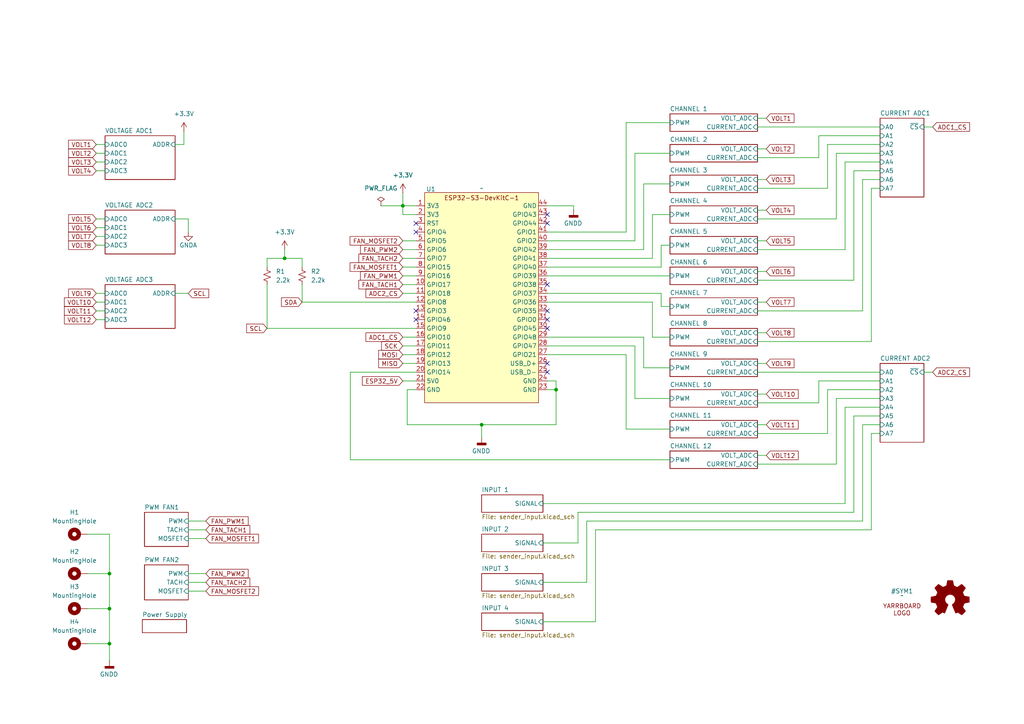
<source format=kicad_sch>
(kicad_sch (version 20231120) (generator "eeschema") (generator_version "8.0")
  (paper "A4")
  (title_block (title "FrothFET 12CH") (date "2024-08-17") (rev "D") (company "https://github.com/hoeken/frothfet"))
  (lib_symbols
    (symbol "Device:R_Small_US" (pin_numbers hide) (pin_names (offset 0.254) hide)
      (property "Reference" "R" (at 0.762 0.508 0))
      (property "Value" "R_Small_US" (at 0.762 -1.016 0))
      (symbol "R_Small_US_1_1"
        (polyline (pts (xy 0 0) (xy 1.016 -0.381) (xy 0 -0.762) (xy -1.016 -1.143) (xy 0 -1.524)))
        (polyline (pts (xy 0 1.524) (xy 1.016 1.143) (xy 0 0.762) (xy -1.016 0.381) (xy 0 0)))
        (pin passive line (at 0 2.54 270) (length 1.016) (name "~") (number "1"))
        (pin passive line (at 0 -2.54 90) (length 1.016) (name "~") (number "2"))
      )
    )
    (symbol "Graphic:Logo_Open_Hardware_Small" (in_bom no) (on_board no)
      (symbol "Logo_Open_Hardware_Small_0_1"
        (polyline (pts (xy 3.3528 -4.3434) (xy 3.302 -4.318) (xy 3.175 -4.2418) (xy 2.9972 -4.1148) (xy 2.7686 -3.9624) (xy 2.54 -3.81) (xy 2.3622 -3.7084) (xy 2.2352 -3.6068) (xy 2.1844 -3.5814) (xy 2.159 -3.6068) (xy 2.0574 -3.6576) (xy 1.905 -3.7338) (xy 1.8034 -3.7846) (xy 1.6764 -3.8354) (xy 1.6002 -3.8354) (xy 1.6002 -3.8354) (xy 1.5494 -3.7338) (xy 1.4732 -3.5306) (xy 1.3462 -3.302) (xy 1.2446 -3.0226) (xy 1.1176 -2.7178) (xy 0.9652 -2.413) (xy 0.8636 -2.1082) (xy 0.7366 -1.8288) (xy 0.6604 -1.6256) (xy 0.6096 -1.4732) (xy 0.5842 -1.397) (xy 0.5842 -1.397) (xy 0.6604 -1.3208) (xy 0.7874 -1.2446) (xy 1.0414 -1.016) (xy 1.2954 -0.6858) (xy 1.4478 -0.3302) (xy 1.524 0.0762) (xy 1.4732 0.4572) (xy 1.3208 0.8128) (xy 1.0668 1.143) (xy 0.762 1.3716) (xy 0.4064 1.524) (xy 0 1.5748) (xy -0.381 1.5494) (xy -0.7366 1.397) (xy -1.0668 1.143) (xy -1.2192 0.9906) (xy -1.397 0.6604) (xy -1.524 0.3048) (xy -1.524 0.2286) (xy -1.4986 -0.1778) (xy -1.397 -0.5334) (xy -1.1938 -0.8636) (xy -0.9144 -1.143) (xy -0.8636 -1.1684) (xy -0.7366 -1.27) (xy -0.635 -1.3462) (xy -0.5842 -1.397) (xy -1.0668 -2.5908) (xy -1.143 -2.794) (xy -1.2954 -3.1242) (xy -1.397 -3.4036) (xy -1.4986 -3.6322) (xy -1.5748 -3.7846) (xy -1.6002 -3.8354) (xy -1.6002 -3.8354) (xy -1.651 -3.8354) (xy -1.7272 -3.81) (xy -1.905 -3.7338) (xy -2.0066 -3.683) (xy -2.1336 -3.6068) (xy -2.2098 -3.5814) (xy -2.2606 -3.6068) (xy -2.3622 -3.683) (xy -2.54 -3.81) (xy -2.7686 -3.9624) (xy -2.9718 -4.0894) (xy -3.1496 -4.2164) (xy -3.302 -4.318) (xy -3.3528 -4.3434) (xy -3.3782 -4.3434) (xy -3.429 -4.318) (xy -3.5306 -4.2164) (xy -3.7084 -4.064) (xy -3.937 -3.8354) (xy -3.9624 -3.81) (xy -4.1656 -3.6068) (xy -4.318 -3.4544) (xy -4.4196 -3.3274) (xy -4.445 -3.2766) (xy -4.445 -3.2766) (xy -4.4196 -3.2258) (xy -4.318 -3.0734) (xy -4.2164 -2.8956) (xy -4.064 -2.667) (xy -3.6576 -2.0828) (xy -3.8862 -1.5494) (xy -3.937 -1.3716) (xy -4.0386 -1.1684) (xy -4.0894 -1.0414) (xy -4.1148 -0.9652) (xy -4.191 -0.9398) (xy -4.318 -0.9144) (xy -4.5466 -0.8636) (xy -4.8006 -0.8128) (xy -5.0546 -0.7874) (xy -5.2578 -0.7366) (xy -5.4356 -0.7112) (xy -5.5118 -0.6858) (xy -5.5118 -0.6858) (xy -5.5372 -0.635) (xy -5.5372 -0.5588) (xy -5.5372 -0.4318) (xy -5.5626 -0.2286) (xy -5.5626 0.0762) (xy -5.5626 0.127) (xy -5.5372 0.4064) (xy -5.5372 0.635) (xy -5.5372 0.762) (xy -5.5372 0.8382) (xy -5.5372 0.8382) (xy -5.461 0.8382) (xy -5.3086 0.889) (xy -5.08 0.9144) (xy -4.826 0.9652) (xy -4.8006 0.9906) (xy -4.5466 1.0414) (xy -4.318 1.0668) (xy -4.1656 1.1176) (xy -4.0894 1.143) (xy -4.0894 1.143) (xy -4.0386 1.2446) (xy -3.9624 1.4224) (xy -3.8608 1.6256) (xy -3.7846 1.8288) (xy -3.7084 2.0066) (xy -3.6576 2.159) (xy -3.6322 2.2098) (xy -3.6322 2.2098) (xy -3.683 2.286) (xy -3.7592 2.413) (xy -3.8862 2.5908) (xy -4.064 2.8194) (xy -4.064 2.8448) (xy -4.2164 3.0734) (xy -4.3434 3.2512) (xy -4.4196 3.3782) (xy -4.445 3.4544) (xy -4.445 3.4544) (xy -4.3942 3.5052) (xy -4.2926 3.6322) (xy -4.1148 3.81) (xy -3.937 4.0132) (xy -3.8608 4.064) (xy -3.6576 4.2926) (xy -3.5052 4.4196) (xy -3.4036 4.4958) (xy -3.3528 4.5212) (xy -3.3528 4.5212) (xy -3.302 4.4704) (xy -3.1496 4.3688) (xy -2.9718 4.2418) (xy -2.7432 4.0894) (xy -2.7178 4.0894) (xy -2.4892 3.937) (xy -2.3114 3.81) (xy -2.1844 3.7084) (xy -2.1336 3.683) (xy -2.1082 3.683) (xy -2.032 3.7084) (xy -1.8542 3.7592) (xy -1.6764 3.8354) (xy -1.4732 3.937) (xy -1.27 4.0132) (xy -1.143 4.064) (xy -1.0668 4.1148) (xy -1.0668 4.1148) (xy -1.0414 4.191) (xy -1.016 4.3434) (xy -0.9652 4.572) (xy -0.9144 4.8514) (xy -0.889 4.9022) (xy -0.8382 5.1562) (xy -0.8128 5.3848) (xy -0.7874 5.5372) (xy -0.762 5.588) (xy -0.7112 5.6134) (xy -0.5842 5.6134) (xy -0.4064 5.6134) (xy -0.1524 5.6134) (xy 0.0762 5.6134) (xy 0.3302 5.6134) (xy 0.5334 5.6134) (xy 0.6858 5.588) (xy 0.7366 5.588) (xy 0.7366 5.588) (xy 0.762 5.5118) (xy 0.8128 5.334) (xy 0.8382 5.1054) (xy 0.9144 4.826) (xy 0.9144 4.7752) (xy 0.9652 4.5212) (xy 1.016 4.2926) (xy 1.0414 4.1402) (xy 1.0668 4.0894) (xy 1.0668 4.0894) (xy 1.1938 4.0386) (xy 1.3716 3.9624) (xy 1.5748 3.8608) (xy 2.0828 3.6576) (xy 2.7178 4.0894) (xy 2.7686 4.1402) (xy 2.9972 4.2926) (xy 3.175 4.4196) (xy 3.302 4.4958) (xy 3.3782 4.5212) (xy 3.3782 4.5212) (xy 3.429 4.4704) (xy 3.556 4.3434) (xy 3.7338 4.191) (xy 3.9116 3.9878) (xy 4.064 3.8354) (xy 4.2418 3.6576) (xy 4.3434 3.556) (xy 4.4196 3.4798) (xy 4.4196 3.429) (xy 4.4196 3.4036) (xy 4.3942 3.3274) (xy 4.2926 3.2004) (xy 4.1656 2.9972) (xy 4.0132 2.794) (xy 3.8862 2.5908) (xy 3.7592 2.3876) (xy 3.6576 2.2352) (xy 3.6322 2.159) (xy 3.6322 2.1336) (xy 3.683 2.0066) (xy 3.7592 1.8288) (xy 3.8608 1.6002) (xy 4.064 1.1176) (xy 4.3942 1.0414) (xy 4.5974 1.016) (xy 4.8768 0.9652) (xy 5.1308 0.9144) (xy 5.5372 0.8382) (xy 5.5626 -0.6604) (xy 5.4864 -0.6858) (xy 5.4356 -0.6858) (xy 5.2832 -0.7366) (xy 5.0546 -0.762) (xy 4.8006 -0.8128) (xy 4.5974 -0.8636) (xy 4.3688 -0.9144) (xy 4.2164 -0.9398) (xy 4.1402 -0.9398) (xy 4.1148 -0.9652) (xy 4.064 -1.0668) (xy 3.9878 -1.2446) (xy 3.9116 -1.4478) (xy 3.81 -1.651) (xy 3.7338 -1.8542) (xy 3.683 -2.0066) (xy 3.6576 -2.0828) (xy 3.683 -2.1336) (xy 3.7846 -2.2606) (xy 3.8862 -2.4638) (xy 4.0386 -2.667) (xy 4.191 -2.8956) (xy 4.318 -3.0734) (xy 4.3942 -3.2004) (xy 4.445 -3.2766) (xy 4.4196 -3.3274) (xy 4.3434 -3.429) (xy 4.1656 -3.5814) (xy 3.937 -3.8354) (xy 3.8862 -3.8608) (xy 3.683 -4.064) (xy 3.5306 -4.2164) (xy 3.4036 -4.318) (xy 3.3528 -4.3434)) (fill (type outline)))
      )
    )
    (symbol "Mechanical:MountingHole_Pad" (pin_numbers hide) (pin_names (offset 1.016) hide)
      (property "Reference" "H" (at 0 6.35 0))
      (property "Value" "MountingHole_Pad" (at 0 4.445 0))
      (symbol "MountingHole_Pad_0_1"
        (circle (center 0 1.27) (radius 1.27) (stroke (width 1.27)))
      )
      (symbol "MountingHole_Pad_1_1"
        (pin input line (at 0 -2.54 90) (length 2.54) (name "1") (number "1"))
      )
    )
    (symbol "power:+3.3V" (power) (pin_numbers hide) (pin_names (offset 0) hide)
      (property "Value" "+3.3V" (at 0 3.556 0))
      (symbol "+3.3V_0_1"
        (polyline (pts (xy -0.762 1.27) (xy 0 2.54)))
        (polyline (pts (xy 0 0) (xy 0 2.54)))
        (polyline (pts (xy 0 2.54) (xy 0.762 1.27)))
      )
      (symbol "+3.3V_1_1"
        (pin power_in line (at 0 0 90) (length 0) (name "~") (number "1"))
      )
    )
    (symbol "power:GNDA" (power) (pin_numbers hide) (pin_names (offset 0) hide)
      (property "Value" "GNDA" (at 0 -3.81 0))
      (symbol "GNDA_0_1"
        (polyline (pts (xy 0 0) (xy 0 -1.27) (xy 1.27 -1.27) (xy 0 -2.54) (xy -1.27 -1.27) (xy 0 -1.27)))
      )
      (symbol "GNDA_1_1"
        (pin power_in line (at 0 0 270) (length 0) (name "~") (number "1"))
      )
    )
    (symbol "power:GNDD" (power) (pin_numbers hide) (pin_names (offset 0) hide)
      (property "Value" "GNDD" (at 0 -3.175 0))
      (symbol "GNDD_0_1"
        (rectangle (start -1.27 -1.524) (end 1.27 -2.032) (stroke (width 0.254)) (fill (type outline)))
        (polyline (pts (xy 0 0) (xy 0 -1.524)))
      )
      (symbol "GNDD_1_1"
        (pin power_in line (at 0 0 270) (length 0) (name "~") (number "1"))
      )
    )
    (symbol "power:PWR_FLAG" (power) (pin_numbers hide) (pin_names (offset 0) hide)
      (property "Value" "PWR_FLAG" (at 0 3.81 0))
      (symbol "PWR_FLAG_0_0"
        (pin power_out line (at 0 0 90) (length 0) (name "~") (number "1"))
      )
      (symbol "PWR_FLAG_0_1"
        (polyline (pts (xy 0 0) (xy 0 1.27) (xy -1.016 1.905) (xy 0 2.54) (xy 1.016 1.905) (xy 0 1.27)))
      )
    )
    (symbol "yarrboard:ESP32-S3-DevKitC-1"
      (property "Reference" "U" (at -16.002 26.924 0))
      (symbol "ESP32-S3-DevKitC-1_1_1"
        (rectangle (start -16.51 25.4) (end 16.51 -35.56) (fill (type background)))
        (text "ESP32-S3-DevKitC-1" (at 0 23.876 0) (effects (font (size 1.27 1.27))))
        (pin power_in line (at -19.05 21.59 0) (length 2.54) (name "3V3") (number "1"))
        (pin bidirectional line (at -19.05 -1.27 0) (length 2.54) (name "GPIO17") (number "10"))
        (pin bidirectional line (at -19.05 -3.81 0) (length 2.54) (name "GPIO18") (number "11"))
        (pin bidirectional line (at -19.05 -6.35 0) (length 2.54) (name "GPIO8") (number "12"))
        (pin bidirectional line (at -19.05 -8.89 0) (length 2.54) (name "GPIO3") (number "13"))
        (pin bidirectional line (at -19.05 -11.43 0) (length 2.54) (name "GPIO46") (number "14"))
        (pin bidirectional line (at -19.05 -13.97 0) (length 2.54) (name "GPIO9") (number "15"))
        (pin bidirectional line (at -19.05 -16.51 0) (length 2.54) (name "GPIO10") (number "16"))
        (pin bidirectional line (at -19.05 -19.05 0) (length 2.54) (name "GPIO11") (number "17"))
        (pin bidirectional line (at -19.05 -21.59 0) (length 2.54) (name "GPIO12") (number "18"))
        (pin bidirectional line (at -19.05 -24.13 0) (length 2.54) (name "GPIO13") (number "19"))
        (pin power_in line (at -19.05 19.05 0) (length 2.54) (name "3V3") (number "2"))
        (pin bidirectional line (at -19.05 -26.67 0) (length 2.54) (name "GPIO14") (number "20"))
        (pin power_out line (at -19.05 -29.21 0) (length 2.54) (name "5V0") (number "21"))
        (pin power_in line (at -19.05 -31.75 0) (length 2.54) (name "GND") (number "22"))
        (pin power_in line (at 19.05 -31.75 180) (length 2.54) (name "GND") (number "23"))
        (pin power_in line (at 19.05 -29.21 180) (length 2.54) (name "GND") (number "24"))
        (pin bidirectional line (at 19.05 -26.67 180) (length 2.54) (name "USB_D-") (number "25"))
        (pin bidirectional line (at 19.05 -24.13 180) (length 2.54) (name "USB_D+") (number "26"))
        (pin bidirectional line (at 19.05 -21.59 180) (length 2.54) (name "GPIO21") (number "27"))
        (pin bidirectional line (at 19.05 -19.05 180) (length 2.54) (name "GPIO47") (number "28"))
        (pin bidirectional line (at 19.05 -16.51 180) (length 2.54) (name "GPIO48") (number "29"))
        (pin bidirectional line (at -19.05 16.51 0) (length 2.54) (name "RST") (number "3"))
        (pin bidirectional line (at 19.05 -13.97 180) (length 2.54) (name "GPIO45") (number "30"))
        (pin bidirectional line (at 19.05 -11.43 180) (length 2.54) (name "GPIO0") (number "31"))
        (pin power_in line (at 19.05 -8.89 180) (length 2.54) (name "GPIO35") (number "32"))
        (pin bidirectional line (at 19.05 -6.35 180) (length 2.54) (name "GPIO36") (number "33"))
        (pin bidirectional line (at 19.05 -3.81 180) (length 2.54) (name "GPIO37") (number "34"))
        (pin bidirectional line (at 19.05 -1.27 180) (length 2.54) (name "GPIO38") (number "35"))
        (pin bidirectional line (at 19.05 1.27 180) (length 2.54) (name "GPIO39") (number "36"))
        (pin bidirectional line (at 19.05 3.81 180) (length 2.54) (name "GPIO40") (number "37"))
        (pin bidirectional line (at 19.05 6.35 180) (length 2.54) (name "GPIO41") (number "38"))
        (pin bidirectional line (at 19.05 8.89 180) (length 2.54) (name "GPIO42") (number "39"))
        (pin bidirectional line (at -19.05 13.97 0) (length 2.54) (name "GPIO4") (number "4"))
        (pin bidirectional line (at 19.05 11.43 180) (length 2.54) (name "GPIO2") (number "40"))
        (pin bidirectional line (at 19.05 13.97 180) (length 2.54) (name "GPIO1") (number "41"))
        (pin bidirectional line (at 19.05 16.51 180) (length 2.54) (name "GPIO44") (number "42"))
        (pin bidirectional line (at 19.05 19.05 180) (length 2.54) (name "GPIO43") (number "43"))
        (pin power_in line (at 19.05 21.59 180) (length 2.54) (name "GND") (number "44"))
        (pin bidirectional line (at -19.05 11.43 0) (length 2.54) (name "GPIO5") (number "5"))
        (pin bidirectional line (at -19.05 8.89 0) (length 2.54) (name "GPIO6") (number "6"))
        (pin bidirectional line (at -19.05 6.35 0) (length 2.54) (name "GPIO7") (number "7"))
        (pin bidirectional line (at -19.05 3.81 0) (length 2.54) (name "GPIO15") (number "8"))
        (pin bidirectional line (at -19.05 1.27 0) (length 2.54) (name "GPIO16") (number "9"))
      )
    )
    (symbol "yarrboard:Yarrboard" (in_bom no)
      (property "Reference" "#SYM" (at 0 0 0))
      (symbol "Yarrboard_1_1"
        (text "YARRBOARD\nLOGO" (at 0 -2.794 0) (effects (font (size 1.27 1.27))))
      )
    )
  )
  (junction (at 139.7 123.19))
  (junction (at 31.75 186.69))
  (junction (at 31.75 166.37))
  (junction (at 31.75 176.53))
  (junction (at 82.55 74.93))
  (junction (at 116.84 59.69))
  (junction (at 161.29 113.03))
  (no_connect (at 158.75 64.77))
  (no_connect (at 158.75 92.71))
  (no_connect (at 158.75 107.95))
  (no_connect (at 120.65 90.17))
  (no_connect (at 158.75 82.55))
  (no_connect (at 158.75 105.41))
  (no_connect (at 158.75 90.17))
  (no_connect (at 120.65 64.77))
  (no_connect (at 120.65 67.31))
  (no_connect (at 120.65 92.71))
  (no_connect (at 158.75 62.23))
  (no_connect (at 158.75 95.25))
  (wire (pts (xy 219.71 107.95) (xy 255.27 107.95)))
  (wire (pts (xy 270.51 107.95) (xy 267.97 107.95)))
  (wire (pts (xy 54.61 153.67) (xy 59.69 153.67)))
  (wire (pts (xy 82.55 72.39) (xy 82.55 74.93)))
  (wire (pts (xy 157.48 168.91) (xy 170.18 168.91)))
  (wire (pts (xy 222.25 78.74) (xy 219.71 78.74)))
  (wire (pts (xy 27.94 41.91) (xy 30.48 41.91)))
  (wire (pts (xy 31.75 154.94) (xy 31.75 166.37)))
  (wire (pts (xy 219.71 134.62) (xy 242.57 134.62)))
  (wire (pts (xy 116.84 55.88) (xy 116.84 59.69)))
  (wire (pts (xy 245.11 46.99) (xy 245.11 72.39)))
  (wire (pts (xy 82.55 74.93) (xy 87.63 74.93)))
  (wire (pts (xy 31.75 176.53) (xy 31.75 186.69)))
  (wire (pts (xy 27.94 66.04) (xy 30.48 66.04)))
  (wire (pts (xy 186.69 97.79) (xy 186.69 106.68)))
  (wire (pts (xy 189.23 62.23) (xy 194.31 62.23)))
  (wire (pts (xy 172.72 153.67) (xy 172.72 180.34)))
  (wire (pts (xy 247.65 148.59) (xy 167.64 148.59)))
  (wire (pts (xy 240.03 113.03) (xy 255.27 113.03)))
  (wire (pts (xy 222.25 96.52) (xy 219.71 96.52)))
  (wire (pts (xy 252.73 153.67) (xy 172.72 153.67)))
  (wire (pts (xy 116.84 110.49) (xy 120.65 110.49)))
  (wire (pts (xy 172.72 180.34) (xy 157.48 180.34)))
  (wire (pts (xy 157.48 146.05) (xy 245.11 146.05)))
  (wire (pts (xy 54.61 63.5) (xy 54.61 67.31)))
  (wire (pts (xy 247.65 49.53) (xy 255.27 49.53)))
  (wire (pts (xy 219.71 125.73) (xy 240.03 125.73)))
  (wire (pts (xy 166.37 59.69) (xy 166.37 60.96)))
  (wire (pts (xy 191.77 85.09) (xy 158.75 85.09)))
  (wire (pts (xy 54.61 166.37) (xy 59.69 166.37)))
  (wire (pts (xy 77.47 74.93) (xy 82.55 74.93)))
  (wire (pts (xy 27.94 85.09) (xy 30.48 85.09)))
  (wire (pts (xy 25.4 154.94) (xy 31.75 154.94)))
  (wire (pts (xy 191.77 88.9) (xy 194.31 88.9)))
  (wire (pts (xy 181.61 102.87) (xy 181.61 124.46)))
  (wire (pts (xy 158.75 74.93) (xy 189.23 74.93)))
  (wire (pts (xy 242.57 134.62) (xy 242.57 115.57)))
  (wire (pts (xy 222.25 60.96) (xy 219.71 60.96)))
  (wire (pts (xy 54.61 171.45) (xy 59.69 171.45)))
  (wire (pts (xy 222.25 105.41) (xy 219.71 105.41)))
  (wire (pts (xy 27.94 87.63) (xy 30.48 87.63)))
  (wire (pts (xy 189.23 97.79) (xy 194.31 97.79)))
  (wire (pts (xy 120.65 62.23) (xy 116.84 62.23)))
  (wire (pts (xy 116.84 82.55) (xy 120.65 82.55)))
  (wire (pts (xy 87.63 82.55) (xy 87.63 87.63)))
  (wire (pts (xy 242.57 115.57) (xy 255.27 115.57)))
  (wire (pts (xy 158.75 59.69) (xy 166.37 59.69)))
  (wire (pts (xy 158.75 110.49) (xy 161.29 110.49)))
  (wire (pts (xy 255.27 120.65) (xy 247.65 120.65)))
  (wire (pts (xy 219.71 72.39) (xy 245.11 72.39)))
  (wire (pts (xy 222.25 114.3) (xy 219.71 114.3)))
  (wire (pts (xy 50.8 41.91) (xy 53.34 41.91)))
  (wire (pts (xy 250.19 123.19) (xy 255.27 123.19)))
  (wire (pts (xy 219.71 54.61) (xy 240.03 54.61)))
  (wire (pts (xy 25.4 176.53) (xy 31.75 176.53)))
  (wire (pts (xy 118.11 113.03) (xy 120.65 113.03)))
  (wire (pts (xy 222.25 52.07) (xy 219.71 52.07)))
  (wire (pts (xy 116.84 59.69) (xy 120.65 59.69)))
  (wire (pts (xy 270.51 36.83) (xy 267.97 36.83)))
  (wire (pts (xy 27.94 63.5) (xy 30.48 63.5)))
  (wire (pts (xy 222.25 123.19) (xy 219.71 123.19)))
  (wire (pts (xy 250.19 151.13) (xy 250.19 123.19)))
  (wire (pts (xy 87.63 74.93) (xy 87.63 77.47)))
  (wire (pts (xy 161.29 113.03) (xy 161.29 123.19)))
  (wire (pts (xy 252.73 125.73) (xy 252.73 153.67)))
  (wire (pts (xy 31.75 166.37) (xy 31.75 176.53)))
  (wire (pts (xy 54.61 156.21) (xy 59.69 156.21)))
  (wire (pts (xy 50.8 85.09) (xy 54.61 85.09)))
  (wire (pts (xy 186.69 106.68) (xy 194.31 106.68)))
  (wire (pts (xy 158.75 77.47) (xy 191.77 77.47)))
  (wire (pts (xy 219.71 81.28) (xy 247.65 81.28)))
  (wire (pts (xy 240.03 125.73) (xy 240.03 113.03)))
  (wire (pts (xy 161.29 110.49) (xy 161.29 113.03)))
  (wire (pts (xy 101.6 133.35) (xy 194.31 133.35)))
  (wire (pts (xy 139.7 123.19) (xy 161.29 123.19)))
  (wire (pts (xy 250.19 52.07) (xy 250.19 90.17)))
  (wire (pts (xy 222.25 69.85) (xy 219.71 69.85)))
  (wire (pts (xy 170.18 151.13) (xy 250.19 151.13)))
  (wire (pts (xy 27.94 44.45) (xy 30.48 44.45)))
  (wire (pts (xy 25.4 186.69) (xy 31.75 186.69)))
  (wire (pts (xy 167.64 148.59) (xy 167.64 157.48)))
  (wire (pts (xy 237.49 39.37) (xy 255.27 39.37)))
  (wire (pts (xy 116.84 102.87) (xy 120.65 102.87)))
  (wire (pts (xy 139.7 127) (xy 139.7 123.19)))
  (wire (pts (xy 189.23 74.93) (xy 189.23 62.23)))
  (wire (pts (xy 219.71 63.5) (xy 242.57 63.5)))
  (wire (pts (xy 252.73 99.06) (xy 252.73 54.61)))
  (wire (pts (xy 219.71 36.83) (xy 255.27 36.83)))
  (wire (pts (xy 116.84 72.39) (xy 120.65 72.39)))
  (wire (pts (xy 181.61 124.46) (xy 194.31 124.46)))
  (wire (pts (xy 101.6 107.95) (xy 101.6 133.35)))
  (wire (pts (xy 77.47 74.93) (xy 77.47 77.47)))
  (wire (pts (xy 219.71 99.06) (xy 252.73 99.06)))
  (wire (pts (xy 237.49 110.49) (xy 255.27 110.49)))
  (wire (pts (xy 222.25 34.29) (xy 219.71 34.29)))
  (wire (pts (xy 191.77 88.9) (xy 191.77 85.09)))
  (wire (pts (xy 242.57 44.45) (xy 242.57 63.5)))
  (wire (pts (xy 222.25 87.63) (xy 219.71 87.63)))
  (wire (pts (xy 54.61 168.91) (xy 59.69 168.91)))
  (wire (pts (xy 186.69 53.34) (xy 194.31 53.34)))
  (wire (pts (xy 31.75 186.69) (xy 31.75 191.77)))
  (wire (pts (xy 158.75 80.01) (xy 194.31 80.01)))
  (wire (pts (xy 77.47 95.25) (xy 120.65 95.25)))
  (wire (pts (xy 50.8 63.5) (xy 54.61 63.5)))
  (wire (pts (xy 184.15 100.33) (xy 184.15 115.57)))
  (wire (pts (xy 25.4 166.37) (xy 31.75 166.37)))
  (wire (pts (xy 247.65 120.65) (xy 247.65 148.59)))
  (wire (pts (xy 255.27 125.73) (xy 252.73 125.73)))
  (wire (pts (xy 219.71 45.72) (xy 237.49 45.72)))
  (wire (pts (xy 247.65 49.53) (xy 247.65 81.28)))
  (wire (pts (xy 170.18 168.91) (xy 170.18 151.13)))
  (wire (pts (xy 116.84 97.79) (xy 120.65 97.79)))
  (wire (pts (xy 158.75 67.31) (xy 181.61 67.31)))
  (wire (pts (xy 53.34 41.91) (xy 53.34 38.1)))
  (wire (pts (xy 27.94 68.58) (xy 30.48 68.58)))
  (wire (pts (xy 240.03 41.91) (xy 255.27 41.91)))
  (wire (pts (xy 27.94 92.71) (xy 30.48 92.71)))
  (wire (pts (xy 186.69 72.39) (xy 186.69 53.34)))
  (wire (pts (xy 219.71 90.17) (xy 250.19 90.17)))
  (wire (pts (xy 245.11 146.05) (xy 245.11 118.11)))
  (wire (pts (xy 54.61 151.13) (xy 59.69 151.13)))
  (wire (pts (xy 158.75 100.33) (xy 184.15 100.33)))
  (wire (pts (xy 120.65 107.95) (xy 101.6 107.95)))
  (wire (pts (xy 158.75 69.85) (xy 184.15 69.85)))
  (wire (pts (xy 158.75 102.87) (xy 181.61 102.87)))
  (wire (pts (xy 252.73 54.61) (xy 255.27 54.61)))
  (wire (pts (xy 189.23 87.63) (xy 189.23 97.79)))
  (wire (pts (xy 27.94 46.99) (xy 30.48 46.99)))
  (wire (pts (xy 158.75 72.39) (xy 186.69 72.39)))
  (wire (pts (xy 191.77 77.47) (xy 191.77 71.12)))
  (wire (pts (xy 110.49 59.69) (xy 116.84 59.69)))
  (wire (pts (xy 181.61 35.56) (xy 194.31 35.56)))
  (wire (pts (xy 116.84 100.33) (xy 120.65 100.33)))
  (wire (pts (xy 219.71 116.84) (xy 237.49 116.84)))
  (wire (pts (xy 161.29 113.03) (xy 158.75 113.03)))
  (wire (pts (xy 237.49 116.84) (xy 237.49 110.49)))
  (wire (pts (xy 118.11 123.19) (xy 139.7 123.19)))
  (wire (pts (xy 191.77 71.12) (xy 194.31 71.12)))
  (wire (pts (xy 184.15 44.45) (xy 184.15 69.85)))
  (wire (pts (xy 167.64 157.48) (xy 157.48 157.48)))
  (wire (pts (xy 27.94 90.17) (xy 30.48 90.17)))
  (wire (pts (xy 116.84 105.41) (xy 120.65 105.41)))
  (wire (pts (xy 116.84 85.09) (xy 120.65 85.09)))
  (wire (pts (xy 181.61 35.56) (xy 181.61 67.31)))
  (wire (pts (xy 158.75 97.79) (xy 186.69 97.79)))
  (wire (pts (xy 118.11 113.03) (xy 118.11 123.19)))
  (wire (pts (xy 116.84 59.69) (xy 116.84 62.23)))
  (wire (pts (xy 77.47 82.55) (xy 77.47 95.25)))
  (wire (pts (xy 222.25 43.18) (xy 219.71 43.18)))
  (wire (pts (xy 116.84 74.93) (xy 120.65 74.93)))
  (wire (pts (xy 245.11 118.11) (xy 255.27 118.11)))
  (wire (pts (xy 87.63 87.63) (xy 120.65 87.63)))
  (wire (pts (xy 27.94 49.53) (xy 30.48 49.53)))
  (wire (pts (xy 116.84 80.01) (xy 120.65 80.01)))
  (wire (pts (xy 240.03 41.91) (xy 240.03 54.61)))
  (wire (pts (xy 242.57 44.45) (xy 255.27 44.45)))
  (wire (pts (xy 184.15 115.57) (xy 194.31 115.57)))
  (wire (pts (xy 27.94 71.12) (xy 30.48 71.12)))
  (wire (pts (xy 250.19 52.07) (xy 255.27 52.07)))
  (wire (pts (xy 116.84 69.85) (xy 120.65 69.85)))
  (wire (pts (xy 245.11 46.99) (xy 255.27 46.99)))
  (wire (pts (xy 116.84 77.47) (xy 120.65 77.47)))
  (wire (pts (xy 184.15 44.45) (xy 194.31 44.45)))
  (wire (pts (xy 222.25 132.08) (xy 219.71 132.08)))
  (wire (pts (xy 237.49 39.37) (xy 237.49 45.72)))
  (wire (pts (xy 158.75 87.63) (xy 189.23 87.63)))
  (global_label "VOLT3" (shape input) (at 27.94 46.99 180) (property "Intersheetrefs" "${INTERSHEET_REFS}" (effects (hide yes))))
  (global_label "FAN_MOSFET2" (shape input) (at 116.84 69.85 180) (property "Intersheetrefs" "${INTERSHEET_REFS}" (effects (hide yes))))
  (global_label "VOLT7" (shape input) (at 222.25 87.63 0) (property "Intersheetrefs" "${INTERSHEET_REFS}" (effects (hide yes))))
  (global_label "VOLT4" (shape input) (at 222.25 60.96 0) (property "Intersheetrefs" "${INTERSHEET_REFS}" (effects (hide yes))))
  (global_label "ADC1_CS" (shape input) (at 270.51 36.83 0) (property "Intersheetrefs" "${INTERSHEET_REFS}" (effects (hide yes))))
  (global_label "VOLT11" (shape input) (at 27.94 90.17 180) (property "Intersheetrefs" "${INTERSHEET_REFS}" (effects (hide yes))))
  (global_label "ADC1_CS" (shape input) (at 116.84 97.79 180) (property "Intersheetrefs" "${INTERSHEET_REFS}" (effects (hide yes))))
  (global_label "VOLT5" (shape input) (at 27.94 63.5 180) (property "Intersheetrefs" "${INTERSHEET_REFS}" (effects (hide yes))))
  (global_label "VOLT12" (shape input) (at 27.94 92.71 180) (property "Intersheetrefs" "${INTERSHEET_REFS}" (effects (hide yes))))
  (global_label "SCL" (shape input) (at 77.47 95.25 180) (property "Intersheetrefs" "${INTERSHEET_REFS}" (effects (hide yes))))
  (global_label "FAN_TACH2" (shape input) (at 59.69 168.91 0) (property "Intersheetrefs" "${INTERSHEET_REFS}" (effects (hide yes))))
  (global_label "VOLT5" (shape input) (at 222.25 69.85 0) (property "Intersheetrefs" "${INTERSHEET_REFS}" (effects (hide yes))))
  (global_label "VOLT7" (shape input) (at 27.94 68.58 180) (property "Intersheetrefs" "${INTERSHEET_REFS}" (effects (hide yes))))
  (global_label "SCL" (shape input) (at 54.61 85.09 0) (property "Intersheetrefs" "${INTERSHEET_REFS}" (effects (hide yes))))
  (global_label "FAN_MOSFET1" (shape input) (at 59.69 156.21 0) (property "Intersheetrefs" "${INTERSHEET_REFS}" (effects (hide yes))))
  (global_label "VOLT4" (shape input) (at 27.94 49.53 180) (property "Intersheetrefs" "${INTERSHEET_REFS}" (effects (hide yes))))
  (global_label "VOLT2" (shape input) (at 222.25 43.18 0) (property "Intersheetrefs" "${INTERSHEET_REFS}" (effects (hide yes))))
  (global_label "VOLT9" (shape input) (at 222.25 105.41 0) (property "Intersheetrefs" "${INTERSHEET_REFS}" (effects (hide yes))))
  (global_label "VOLT2" (shape input) (at 27.94 44.45 180) (property "Intersheetrefs" "${INTERSHEET_REFS}" (effects (hide yes))))
  (global_label "VOLT1" (shape input) (at 27.94 41.91 180) (property "Intersheetrefs" "${INTERSHEET_REFS}" (effects (hide yes))))
  (global_label "VOLT9" (shape input) (at 27.94 85.09 180) (property "Intersheetrefs" "${INTERSHEET_REFS}" (effects (hide yes))))
  (global_label "VOLT8" (shape input) (at 222.25 96.52 0) (property "Intersheetrefs" "${INTERSHEET_REFS}" (effects (hide yes))))
  (global_label "FAN_PWM1" (shape input) (at 116.84 80.01 180) (property "Intersheetrefs" "${INTERSHEET_REFS}" (effects (hide yes))))
  (global_label "VOLT6" (shape input) (at 222.25 78.74 0) (property "Intersheetrefs" "${INTERSHEET_REFS}" (effects (hide yes))))
  (global_label "MOSI" (shape input) (at 116.84 102.87 180) (property "Intersheetrefs" "${INTERSHEET_REFS}" (effects (hide yes))))
  (global_label "FAN_MOSFET1" (shape input) (at 116.84 77.47 180) (property "Intersheetrefs" "${INTERSHEET_REFS}" (effects (hide yes))))
  (global_label "VOLT11" (shape input) (at 222.25 123.19 0) (property "Intersheetrefs" "${INTERSHEET_REFS}" (effects (hide yes))))
  (global_label "FAN_PWM2" (shape input) (at 59.69 166.37 0) (property "Intersheetrefs" "${INTERSHEET_REFS}" (effects (hide yes))))
  (global_label "VOLT3" (shape input) (at 222.25 52.07 0) (property "Intersheetrefs" "${INTERSHEET_REFS}" (effects (hide yes))))
  (global_label "MISO" (shape input) (at 116.84 105.41 180) (property "Intersheetrefs" "${INTERSHEET_REFS}" (effects (hide yes))))
  (global_label "SCK" (shape input) (at 116.84 100.33 180) (property "Intersheetrefs" "${INTERSHEET_REFS}" (effects (hide yes))))
  (global_label "VOLT1" (shape input) (at 222.25 34.29 0) (property "Intersheetrefs" "${INTERSHEET_REFS}" (effects (hide yes))))
  (global_label "ESP32_5V" (shape input) (at 116.84 110.49 180) (property "Intersheetrefs" "${INTERSHEET_REFS}" (effects (hide yes))))
  (global_label "ADC2_CS" (shape input) (at 270.51 107.95 0) (property "Intersheetrefs" "${INTERSHEET_REFS}" (effects (hide yes))))
  (global_label "FAN_PWM1" (shape input) (at 59.69 151.13 0) (property "Intersheetrefs" "${INTERSHEET_REFS}" (effects (hide yes))))
  (global_label "VOLT10" (shape input) (at 222.25 114.3 0) (property "Intersheetrefs" "${INTERSHEET_REFS}" (effects (hide yes))))
  (global_label "VOLT12" (shape input) (at 222.25 132.08 0) (property "Intersheetrefs" "${INTERSHEET_REFS}" (effects (hide yes))))
  (global_label "FAN_MOSFET2" (shape input) (at 59.69 171.45 0) (property "Intersheetrefs" "${INTERSHEET_REFS}" (effects (hide yes))))
  (global_label "VOLT6" (shape input) (at 27.94 66.04 180) (property "Intersheetrefs" "${INTERSHEET_REFS}" (effects (hide yes))))
  (global_label "FAN_PWM2" (shape input) (at 116.84 72.39 180) (property "Intersheetrefs" "${INTERSHEET_REFS}" (effects (hide yes))))
  (global_label "VOLT8" (shape input) (at 27.94 71.12 180) (property "Intersheetrefs" "${INTERSHEET_REFS}" (effects (hide yes))))
  (global_label "VOLT10" (shape input) (at 27.94 87.63 180) (property "Intersheetrefs" "${INTERSHEET_REFS}" (effects (hide yes))))
  (global_label "FAN_TACH1" (shape input) (at 59.69 153.67 0) (property "Intersheetrefs" "${INTERSHEET_REFS}" (effects (hide yes))))
  (global_label "FAN_TACH2" (shape input) (at 116.84 74.93 180) (property "Intersheetrefs" "${INTERSHEET_REFS}" (effects (hide yes))))
  (global_label "FAN_TACH1" (shape input) (at 116.84 82.55 180) (property "Intersheetrefs" "${INTERSHEET_REFS}" (effects (hide yes))))
  (global_label "SDA" (shape input) (at 87.63 87.63 180) (property "Intersheetrefs" "${INTERSHEET_REFS}" (effects (hide yes))))
  (global_label "ADC2_CS" (shape input) (at 116.84 85.09 180) (property "Intersheetrefs" "${INTERSHEET_REFS}" (effects (hide yes))))
  (symbol (lib_id "Device:R_Small_US") (at 77.47 80.01 180) (unit 1)
    (property "Reference" "R1" (at 80.01 78.74 0) (effects (justify right)))
    (property "Value" "2.2k" (at 80.01 81.28 0) (effects (justify right)))
    (property "Footprint" "Resistor_SMD:R_0805_2012Metric_Pad1.20x1.40mm_HandSolder" (effects (hide yes)))
    (property "LCSC" "C114561" (effects (hide yes)))
  )
  (symbol (lib_id "yarrboard:ESP32-S3-DevKitC-1") (at 139.7 81.28 0) (unit 1)
    (property "Reference" "U1" (at 124.968 54.864 0))
    (property "Value" "~" (at 139.7 54.61 0))
    (property "Footprint" "yarrboard:Waveshare-ESP32-S3-dev-kit" (effects (hide yes)))
  )
  (symbol (lib_id "power:GNDA") (at 54.61 67.31 0) (unit 1)
    (property "Reference" "#PWR03" (effects (hide yes)))
    (property "Value" "GNDA" (at 54.61 71.12 0))
    (property "Description" "Power symbol creates a global label with name \"GNDA\" , analog ground" (effects (hide yes)))
  )
  (symbol (lib_id "power:GNDD") (at 139.7 127 0) (unit 1)
    (property "Reference" "#PWR06" (effects (hide yes)))
    (property "Value" "GNDD" (at 142.24 130.81 0) (effects (justify right)))
    (property "Description" "Power symbol creates a global label with name \"GNDD\" , digital ground" (effects (hide yes)))
  )
  (symbol (lib_id "Mechanical:MountingHole_Pad") (at 22.86 166.37 90) (unit 1) (in_bom no)
    (property "Reference" "H2" (at 21.59 160.02 90))
    (property "Value" "MountingHole" (at 21.59 162.56 90))
    (property "Footprint" "MountingHole:MountingHole_3.2mm_M3_DIN965_Pad" (effects (hide yes)))
  )
  (symbol (lib_id "power:+3.3V") (at 82.55 72.39 0) (mirror y) (unit 1)
    (property "Reference" "#PWR04" (effects (hide yes)))
    (property "Value" "+3.3V" (at 82.55 67.31 0))
    (property "Description" "Power symbol creates a global label with name \"+3.3V\"" (effects (hide yes)))
  )
  (symbol (lib_id "power:+3.3V") (at 53.34 38.1 0) (unit 1)
    (property "Reference" "#PWR02" (effects (hide yes)))
    (property "Value" "+3.3V" (at 53.34 33.02 0))
    (property "Description" "Power symbol creates a global label with name \"+3.3V\"" (effects (hide yes)))
  )
  (symbol (lib_id "yarrboard:Yarrboard") (at 261.62 173.99 0) (unit 1) (in_bom no)
    (property "Reference" "#SYM1" (at 261.62 171.45 0))
    (property "Value" "~" (at 261.62 172.72 0))
    (property "Footprint" "yarrboard:Logo Small" (effects (hide yes)))
  )
  (symbol (lib_id "power:PWR_FLAG") (at 110.49 59.69 0) (unit 1)
    (property "Reference" "#FLG010" (effects (hide yes)))
    (property "Value" "PWR_FLAG" (at 110.49 54.61 0))
    (property "Description" "Special symbol for telling ERC where power comes from" (effects (hide yes)))
  )
  (symbol (lib_id "power:+3.3V") (at 116.84 55.88 0) (unit 1)
    (property "Reference" "#PWR05" (effects (hide yes)))
    (property "Value" "+3.3V" (at 116.84 50.8 0))
    (property "Description" "Power symbol creates a global label with name \"+3.3V\"" (effects (hide yes)))
  )
  (symbol (lib_id "Device:R_Small_US") (at 87.63 80.01 180) (unit 1)
    (property "Reference" "R2" (at 90.17 78.74 0) (effects (justify right)))
    (property "Value" "2.2k" (at 90.17 81.28 0) (effects (justify right)))
    (property "Footprint" "Resistor_SMD:R_0805_2012Metric_Pad1.20x1.40mm_HandSolder" (effects (hide yes)))
    (property "LCSC" "C114561" (effects (hide yes)))
  )
  (symbol (lib_id "Mechanical:MountingHole_Pad") (at 22.86 186.69 90) (unit 1) (in_bom no)
    (property "Reference" "H4" (at 21.59 180.34 90))
    (property "Value" "MountingHole" (at 21.59 182.88 90))
    (property "Footprint" "MountingHole:MountingHole_3.2mm_M3_DIN965_Pad" (effects (hide yes)))
  )
  (symbol (lib_id "Graphic:Logo_Open_Hardware_Small") (at 275.59 173.99 0) (unit 1) (exclude_from_sim yes) (in_bom no)
    (property "Reference" "LOGO1" (effects (hide yes)))
    (property "Value" "Logo_Open_Hardware_Small" (effects (hide yes)))
    (property "Footprint" "Symbol:OSHW-Logo2_14.6x12mm_SilkScreen" (effects (hide yes)))
    (property "Description" "Open Hardware logo, small" (effects (hide yes)))
  )
  (symbol (lib_id "Mechanical:MountingHole_Pad") (at 22.86 154.94 90) (unit 1) (in_bom no)
    (property "Reference" "H1" (at 21.59 148.59 90))
    (property "Value" "MountingHole" (at 21.59 151.13 90))
    (property "Footprint" "MountingHole:MountingHole_3.2mm_M3_DIN965_Pad" (effects (hide yes)))
  )
  (symbol (lib_id "power:GNDD") (at 31.75 191.77 0) (unit 1)
    (property "Reference" "#PWR01" (effects (hide yes)))
    (property "Value" "GNDD" (at 34.29 195.58 0) (effects (justify right)))
    (property "Description" "Power symbol creates a global label with name \"GNDD\" , digital ground" (effects (hide yes)))
  )
  (symbol (lib_id "Mechanical:MountingHole_Pad") (at 22.86 176.53 90) (unit 1) (in_bom no)
    (property "Reference" "H3" (at 21.59 170.18 90))
    (property "Value" "MountingHole" (at 21.59 172.72 90))
    (property "Footprint" "MountingHole:MountingHole_3.2mm_M3_DIN965_Pad" (effects (hide yes)))
  )
  (symbol (lib_id "power:GNDD") (at 166.37 60.96 0) (unit 1)
    (property "Reference" "#PWR07" (effects (hide yes)))
    (property "Value" "GNDD" (at 168.91 64.77 0) (effects (justify right)))
    (property "Description" "Power symbol creates a global label with name \"GNDD\" , digital ground" (effects (hide yes)))
  )
  (sheet (at 41.91 163.83) (size 12.7 10.16) (stroke (width 0.1524))
    (property "Sheetname" "PWM FAN2" (at 41.91 163.1184 0) (effects (justify left bottom)))
    (property "Sheetfile" "pwm fan.kicad_sch" (effects (hide yes)))
    (pin "PWM" input (at 54.61 166.37 0))
    (pin "TACH" input (at 54.61 168.91 0))
    (pin "MOSFET" input (at 54.61 171.45 0))
  )
  (sheet (at 194.31 33.02) (size 25.4 5.08) (stroke (width 0.1524))
    (property "Sheetname" "CHANNEL 1" (at 194.31 32.3084 0) (effects (justify left bottom)))
    (property "Sheetfile" "mosfet.kicad_sch" (effects (hide yes)))
    (pin "PWM" input (at 194.31 35.56 180))
    (pin "CURRENT_ADC" input (at 219.71 36.83 0))
    (pin "VOLT_ADC" input (at 219.71 34.29 0))
  )
  (sheet (at 194.31 50.8) (size 25.4 5.08) (stroke (width 0.1524))
    (property "Sheetname" "CHANNEL 3" (at 194.31 50.0884 0) (effects (justify left bottom)))
    (property "Sheetfile" "mosfet.kicad_sch" (effects (hide yes)))
    (pin "PWM" input (at 194.31 53.34 180))
    (pin "CURRENT_ADC" input (at 219.71 54.61 0))
    (pin "VOLT_ADC" input (at 219.71 52.07 0))
  )
  (sheet (at 255.27 105.41) (size 12.7 22.86) (stroke (width 0.1524))
    (property "Sheetname" "CURRENT ADC2" (at 255.27 104.6984 0) (effects (justify left bottom)))
    (property "Sheetfile" "adc.kicad_sch" (effects (hide yes)))
    (pin "A6" input (at 255.27 123.19 180))
    (pin "A5" input (at 255.27 120.65 180))
    (pin "A7" input (at 255.27 125.73 180))
    (pin "A2" input (at 255.27 113.03 180))
    (pin "A3" input (at 255.27 115.57 180))
    (pin "A0" input (at 255.27 107.95 180))
    (pin "A4" input (at 255.27 118.11 180))
    (pin "A1" input (at 255.27 110.49 180))
    (pin "~{CS}" input (at 267.97 107.95 0))
  )
  (sheet (at 194.31 104.14) (size 25.4 5.08) (stroke (width 0.1524))
    (property "Sheetname" "CHANNEL 9" (at 194.31 103.4284 0) (effects (justify left bottom)))
    (property "Sheetfile" "mosfet.kicad_sch" (effects (hide yes)))
    (pin "PWM" input (at 194.31 106.68 180))
    (pin "CURRENT_ADC" input (at 219.71 107.95 0))
    (pin "VOLT_ADC" input (at 219.71 105.41 0))
  )
  (sheet (at 194.31 77.47) (size 25.4 5.08) (stroke (width 0.1524))
    (property "Sheetname" "CHANNEL 6" (at 194.31 76.7584 0) (effects (justify left bottom)))
    (property "Sheetfile" "mosfet.kicad_sch" (effects (hide yes)))
    (pin "PWM" input (at 194.31 80.01 180))
    (pin "CURRENT_ADC" input (at 219.71 81.28 0))
    (pin "VOLT_ADC" input (at 219.71 78.74 0))
  )
  (sheet (at 194.31 86.36) (size 25.4 5.08) (stroke (width 0.1524))
    (property "Sheetname" "CHANNEL 7" (at 194.31 85.6484 0) (effects (justify left bottom)))
    (property "Sheetfile" "mosfet.kicad_sch" (effects (hide yes)))
    (pin "PWM" input (at 194.31 88.9 180))
    (pin "CURRENT_ADC" input (at 219.71 90.17 0))
    (pin "VOLT_ADC" input (at 219.71 87.63 0))
  )
  (sheet (at 194.31 59.69) (size 25.4 5.08) (stroke (width 0.1524))
    (property "Sheetname" "CHANNEL 4" (at 194.31 58.9784 0) (effects (justify left bottom)))
    (property "Sheetfile" "mosfet.kicad_sch" (effects (hide yes)))
    (pin "PWM" input (at 194.31 62.23 180))
    (pin "CURRENT_ADC" input (at 219.71 63.5 0))
    (pin "VOLT_ADC" input (at 219.71 60.96 0))
  )
  (sheet (at 194.31 68.58) (size 25.4 5.08) (stroke (width 0.1524))
    (property "Sheetname" "CHANNEL 5" (at 194.31 67.8684 0) (effects (justify left bottom)))
    (property "Sheetfile" "mosfet.kicad_sch" (effects (hide yes)))
    (pin "PWM" input (at 194.31 71.12 180))
    (pin "CURRENT_ADC" input (at 219.71 72.39 0))
    (pin "VOLT_ADC" input (at 219.71 69.85 0))
  )
  (sheet (at 139.7 154.94) (size 17.78 5.08) (stroke (width 0.1524))
    (property "Sheetname" "INPUT 2" (at 139.7 154.2284 0) (effects (justify left bottom)))
    (property "Sheetfile" "sender_input.kicad_sch" (at 139.7 160.6046 0) (effects (justify left top)))
    (pin "SIGNAL" input (at 157.48 157.48 0))
  )
  (sheet (at 194.31 130.81) (size 25.4 5.08) (stroke (width 0.1524))
    (property "Sheetname" "CHANNEL 12" (at 194.31 130.0984 0) (effects (justify left bottom)))
    (property "Sheetfile" "mosfet.kicad_sch" (effects (hide yes)))
    (pin "PWM" input (at 194.31 133.35 180))
    (pin "CURRENT_ADC" input (at 219.71 134.62 0))
    (pin "VOLT_ADC" input (at 219.71 132.08 0))
  )
  (sheet (at 30.48 60.96) (size 20.32 12.7) (stroke (width 0.1524))
    (property "Sheetname" "VOLTAGE ADC2" (at 30.48 60.2484 0) (effects (justify left bottom)))
    (property "Sheetfile" "voltage_adc.kicad_sch" (effects (hide yes)))
    (pin "ADC0" input (at 30.48 63.5 180))
    (pin "ADC1" input (at 30.48 66.04 180))
    (pin "ADC2" input (at 30.48 68.58 180))
    (pin "ADC3" input (at 30.48 71.12 180))
    (pin "ADDR" input (at 50.8 63.5 0))
  )
  (sheet (at 194.31 95.25) (size 25.4 5.08) (stroke (width 0.1524))
    (property "Sheetname" "CHANNEL 8" (at 194.31 94.5384 0) (effects (justify left bottom)))
    (property "Sheetfile" "mosfet.kicad_sch" (effects (hide yes)))
    (pin "PWM" input (at 194.31 97.79 180))
    (pin "CURRENT_ADC" input (at 219.71 99.06 0))
    (pin "VOLT_ADC" input (at 219.71 96.52 0))
  )
  (sheet (at 41.91 148.59) (size 12.7 9.906) (stroke (width 0.1524))
    (property "Sheetname" "PWM FAN1" (at 41.91 147.8784 0) (effects (justify left bottom)))
    (property "Sheetfile" "pwm fan.kicad_sch" (effects (hide yes)))
    (pin "PWM" input (at 54.61 151.13 0))
    (pin "TACH" input (at 54.61 153.67 0))
    (pin "MOSFET" input (at 54.61 156.21 0))
  )
  (sheet (at 194.31 121.92) (size 25.4 5.08) (stroke (width 0.1524))
    (property "Sheetname" "CHANNEL 11" (at 194.31 121.2084 0) (effects (justify left bottom)))
    (property "Sheetfile" "mosfet.kicad_sch" (effects (hide yes)))
    (pin "PWM" input (at 194.31 124.46 180))
    (pin "CURRENT_ADC" input (at 219.71 125.73 0))
    (pin "VOLT_ADC" input (at 219.71 123.19 0))
  )
  (sheet (at 139.7 143.51) (size 17.78 5.08) (stroke (width 0.1524))
    (property "Sheetname" "INPUT 1" (at 139.7 142.7984 0) (effects (justify left bottom)))
    (property "Sheetfile" "sender_input.kicad_sch" (at 139.7 149.1746 0) (effects (justify left top)))
    (pin "SIGNAL" input (at 157.48 146.05 0))
  )
  (sheet (at 255.27 34.29) (size 12.7 22.86) (stroke (width 0.1524))
    (property "Sheetname" "CURRENT ADC1" (at 255.27 33.5784 0) (effects (justify left bottom)))
    (property "Sheetfile" "adc.kicad_sch" (effects (hide yes)))
    (pin "A6" input (at 255.27 52.07 180))
    (pin "A5" input (at 255.27 49.53 180))
    (pin "A7" input (at 255.27 54.61 180))
    (pin "A2" input (at 255.27 41.91 180))
    (pin "A3" input (at 255.27 44.45 180))
    (pin "A0" input (at 255.27 36.83 180))
    (pin "A4" input (at 255.27 46.99 180))
    (pin "A1" input (at 255.27 39.37 180))
    (pin "~{CS}" input (at 267.97 36.83 0))
  )
  (sheet (at 30.48 39.37) (size 20.32 12.7) (stroke (width 0.1524))
    (property "Sheetname" "VOLTAGE ADC1" (at 30.48 38.6584 0) (effects (justify left bottom)))
    (property "Sheetfile" "voltage_adc.kicad_sch" (effects (hide yes)))
    (pin "ADC0" input (at 30.48 41.91 180))
    (pin "ADC1" input (at 30.48 44.45 180))
    (pin "ADC2" input (at 30.48 46.99 180))
    (pin "ADC3" input (at 30.48 49.53 180))
    (pin "ADDR" input (at 50.8 41.91 0))
  )
  (sheet (at 139.7 177.8) (size 17.78 5.08) (stroke (width 0.1524))
    (property "Sheetname" "INPUT 4" (at 139.7 177.0884 0) (effects (justify left bottom)))
    (property "Sheetfile" "sender_input.kicad_sch" (at 139.7 183.4646 0) (effects (justify left top)))
    (pin "SIGNAL" input (at 157.48 180.34 0))
  )
  (sheet (at 194.31 41.91) (size 25.4 5.08) (stroke (width 0.1524))
    (property "Sheetname" "CHANNEL 2" (at 194.31 41.1984 0) (effects (justify left bottom)))
    (property "Sheetfile" "mosfet.kicad_sch" (effects (hide yes)))
    (pin "PWM" input (at 194.31 44.45 180))
    (pin "CURRENT_ADC" input (at 219.71 45.72 0))
    (pin "VOLT_ADC" input (at 219.71 43.18 0))
  )
  (sheet (at 41.275 179.705) (size 12.827 3.81) (stroke (width 0.1524))
    (property "Sheetname" "Power Supply" (at 41.275 178.9934 0) (effects (justify left bottom)))
    (property "Sheetfile" "power.kicad_sch" (effects (hide yes)))
  )
  (sheet (at 194.31 113.03) (size 25.4 5.08) (stroke (width 0.1524))
    (property "Sheetname" "CHANNEL 10" (at 194.31 112.3184 0) (effects (justify left bottom)))
    (property "Sheetfile" "mosfet.kicad_sch" (effects (hide yes)))
    (pin "PWM" input (at 194.31 115.57 180))
    (pin "CURRENT_ADC" input (at 219.71 116.84 0))
    (pin "VOLT_ADC" input (at 219.71 114.3 0))
  )
  (sheet (at 30.48 82.55) (size 20.32 12.7) (stroke (width 0.1524))
    (property "Sheetname" "VOLTAGE ADC3" (at 30.48 81.8384 0) (effects (justify left bottom)))
    (property "Sheetfile" "voltage_adc.kicad_sch" (effects (hide yes)))
    (pin "ADC0" input (at 30.48 85.09 180))
    (pin "ADC1" input (at 30.48 87.63 180))
    (pin "ADC2" input (at 30.48 90.17 180))
    (pin "ADC3" input (at 30.48 92.71 180))
    (pin "ADDR" input (at 50.8 85.09 0))
  )
  (sheet (at 139.7 166.37) (size 17.78 5.08) (stroke (width 0.1524))
    (property "Sheetname" "INPUT 3" (at 139.7 165.6584 0) (effects (justify left bottom)))
    (property "Sheetfile" "sender_input.kicad_sch" (at 139.7 172.0346 0) (effects (justify left top)))
    (pin "SIGNAL" input (at 157.48 168.91 0))
  )
)
</source>
